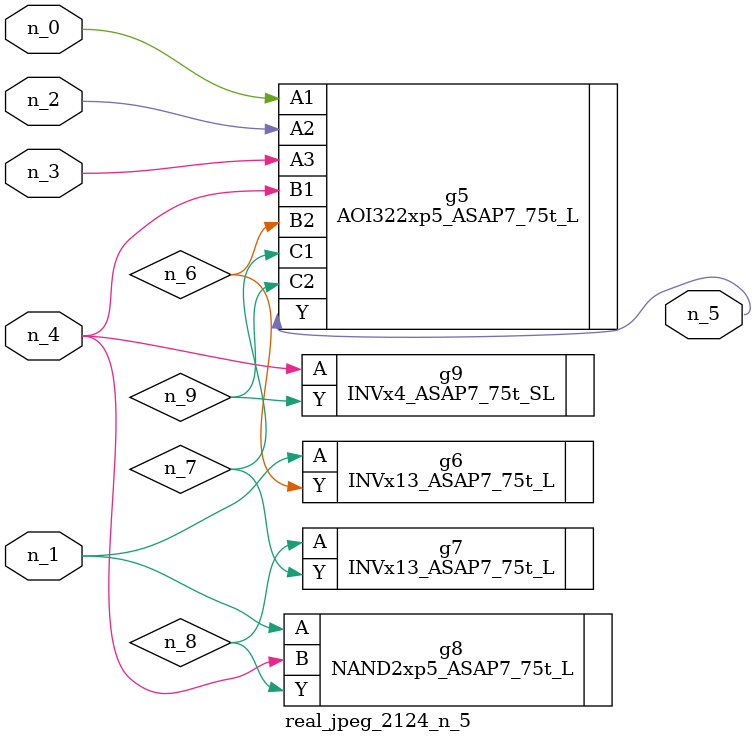
<source format=v>
module real_jpeg_2124_n_5 (n_4, n_0, n_1, n_2, n_3, n_5);

input n_4;
input n_0;
input n_1;
input n_2;
input n_3;

output n_5;

wire n_8;
wire n_6;
wire n_7;
wire n_9;

AOI322xp5_ASAP7_75t_L g5 ( 
.A1(n_0),
.A2(n_2),
.A3(n_3),
.B1(n_4),
.B2(n_6),
.C1(n_7),
.C2(n_9),
.Y(n_5)
);

INVx13_ASAP7_75t_L g6 ( 
.A(n_1),
.Y(n_6)
);

NAND2xp5_ASAP7_75t_L g8 ( 
.A(n_1),
.B(n_4),
.Y(n_8)
);

INVx4_ASAP7_75t_SL g9 ( 
.A(n_4),
.Y(n_9)
);

INVx13_ASAP7_75t_L g7 ( 
.A(n_8),
.Y(n_7)
);


endmodule
</source>
